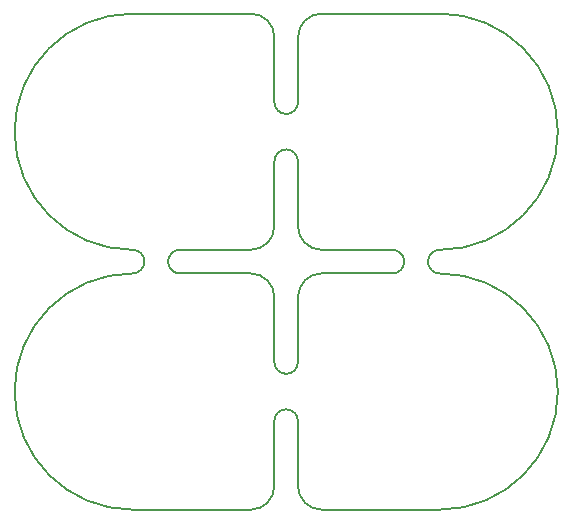
<source format=gbr>
G04 #@! TF.FileFunction,Profile,NP*
%FSLAX46Y46*%
G04 Gerber Fmt 4.6, Leading zero omitted, Abs format (unit mm)*
G04 Created by KiCad (PCBNEW 4.0.7) date 09/30/17 11:32:34*
%MOMM*%
%LPD*%
G01*
G04 APERTURE LIST*
%ADD10C,0.100000*%
%ADD11C,0.150000*%
G04 APERTURE END LIST*
D10*
D11*
X23000000Y-8500000D02*
G75*
G03X24000000Y-7500000I0J1000000D01*
G01*
X24000000Y-2000000D02*
X24000000Y-7500000D01*
X22000000Y-7500000D02*
X22000000Y-2000000D01*
X24000000Y-12500000D02*
X24000000Y-18000000D01*
X22000000Y-18000000D02*
X22000000Y-12500000D01*
X20000000Y-20000000D02*
X14000000Y-20000000D01*
X14000000Y-22000000D02*
X20000000Y-22000000D01*
X26000000Y-22000000D02*
X32000000Y-22000000D01*
X32000000Y-20000000D02*
X26000000Y-20000000D01*
X32000000Y-22000000D02*
G75*
G03X33000000Y-21000000I0J1000000D01*
G01*
X33000000Y-21000000D02*
G75*
G03X32000000Y-20000000I-1000000J0D01*
G01*
X35000000Y-21000000D02*
G75*
G03X36000000Y-22000000I1000000J0D01*
G01*
X36000000Y-20000000D02*
G75*
G03X35000000Y-21000000I0J-1000000D01*
G01*
X14000000Y-20000000D02*
G75*
G03X13000000Y-21000000I0J-1000000D01*
G01*
X13000000Y-21000000D02*
G75*
G03X14000000Y-22000000I1000000J0D01*
G01*
X10000000Y-22000000D02*
G75*
G03X11000000Y-21000000I0J1000000D01*
G01*
X11000000Y-21000000D02*
G75*
G03X10000000Y-20000000I-1000000J0D01*
G01*
X22000000Y-24000000D02*
X22000000Y-29500000D01*
X24000000Y-29500000D02*
X24000000Y-24000000D01*
X24000000Y-34500000D02*
X24000000Y-40000000D01*
X22000000Y-40000000D02*
X22000000Y-34500000D01*
X24000000Y-34500000D02*
G75*
G03X23000000Y-33500000I-1000000J0D01*
G01*
X23000000Y-33500000D02*
G75*
G03X22000000Y-34500000I0J-1000000D01*
G01*
X22000000Y-29500000D02*
G75*
G03X23000000Y-30500000I1000000J0D01*
G01*
X23000000Y-30500000D02*
G75*
G03X24000000Y-29500000I0J1000000D01*
G01*
X24000000Y-40000000D02*
G75*
G03X26000000Y-42000000I2000000J0D01*
G01*
X20000000Y-42000000D02*
G75*
G03X22000000Y-40000000I0J2000000D01*
G01*
X26000000Y-22000000D02*
G75*
G03X24000000Y-24000000I0J-2000000D01*
G01*
X22000000Y-24000000D02*
G75*
G03X20000000Y-22000000I-2000000J0D01*
G01*
X36000000Y-42000000D02*
G75*
G03X46000000Y-32000000I0J10000000D01*
G01*
X46000000Y-32000000D02*
G75*
G03X36000000Y-22000000I-10000000J0D01*
G01*
X0Y-32000000D02*
G75*
G03X10000000Y-42000000I10000000J0D01*
G01*
X10000000Y-22000000D02*
G75*
G03X0Y-32000000I0J-10000000D01*
G01*
X26000000Y-42000000D02*
X36000000Y-42000000D01*
X10000000Y-42000000D02*
X20000000Y-42000000D01*
X22000000Y-7500000D02*
G75*
G03X23000000Y-8500000I1000000J0D01*
G01*
X24000000Y-12500000D02*
G75*
G03X23000000Y-11500000I-1000000J0D01*
G01*
X23000000Y-11500000D02*
G75*
G03X22000000Y-12500000I0J-1000000D01*
G01*
X20000000Y0D02*
X10000000Y0D01*
X26000000Y0D02*
X36000000Y0D01*
X24000000Y-18000000D02*
G75*
G03X26000000Y-20000000I2000000J0D01*
G01*
X20000000Y-20000000D02*
G75*
G03X22000000Y-18000000I0J2000000D01*
G01*
X26000000Y0D02*
G75*
G03X24000000Y-2000000I0J-2000000D01*
G01*
X22000000Y-2000000D02*
G75*
G03X20000000Y0I-2000000J0D01*
G01*
X0Y-10000000D02*
G75*
G03X10000000Y-20000000I10000000J0D01*
G01*
X10000000Y0D02*
G75*
G03X0Y-10000000I0J-10000000D01*
G01*
X36000000Y-20000000D02*
G75*
G03X46000000Y-10000000I0J10000000D01*
G01*
X46000000Y-10000000D02*
G75*
G03X36000000Y0I-10000000J0D01*
G01*
M02*

</source>
